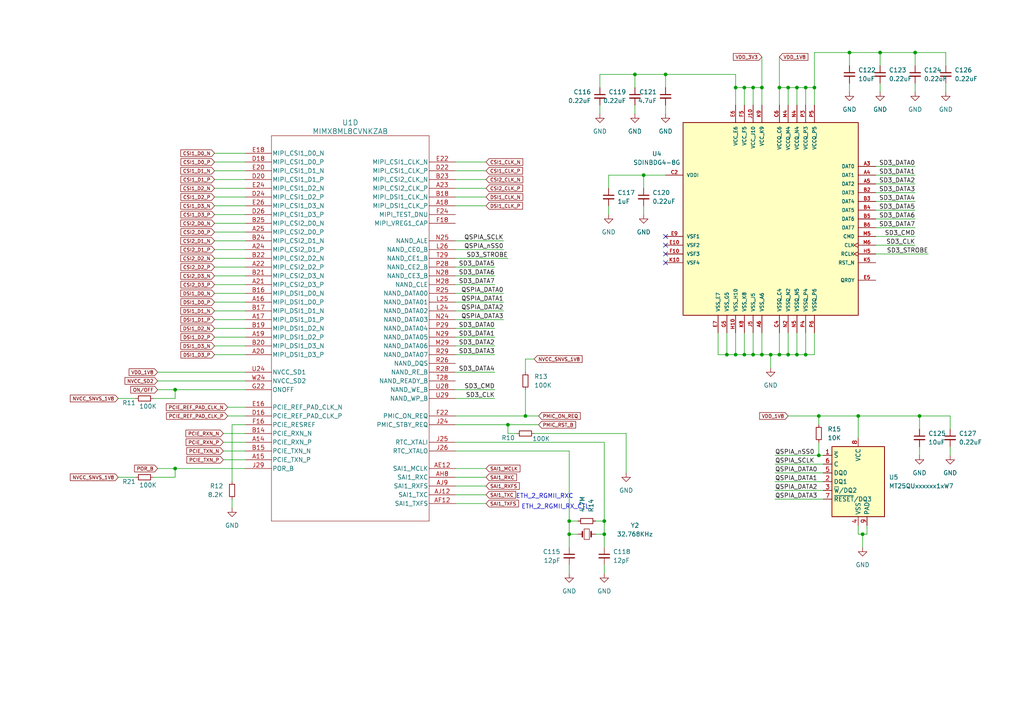
<source format=kicad_sch>
(kicad_sch (version 20250114) (generator "eeschema") (generator_version "9.0")
  (paper "A4")
  (text "ETH_2_RGMII_RX_CTL" (at 161.036 147.066 0) (effects (font (size 1.27 1.27))))
  (text "ETH_2_RGMII_RXC" (at 157.988 144.018 0) (effects (font (size 1.27 1.27))))
  (junction (at 165.1 151.13))
  (junction (at 265.43 15.24))
  (junction (at 231.14 102.87))
  (junction (at 220.98 25.4))
  (junction (at 147.32 123.19))
  (junction (at 226.06 25.4))
  (junction (at 237.49 132.08))
  (junction (at 186.69 50.8))
  (junction (at 248.92 120.65))
  (junction (at 210.82 102.87))
  (junction (at 220.98 102.87))
  (junction (at 165.1 154.94))
  (junction (at 255.27 15.24))
  (junction (at 215.9 25.4))
  (junction (at 193.04 21.59))
  (junction (at 228.6 102.87))
  (junction (at 175.26 154.94))
  (junction (at 175.26 151.13))
  (junction (at 218.44 25.4))
  (junction (at 50.8 135.89))
  (junction (at 213.36 102.87))
  (junction (at 213.36 25.4))
  (junction (at 152.4 120.65))
  (junction (at 233.68 102.87))
  (junction (at 223.52 102.87))
  (junction (at 184.15 21.59))
  (junction (at 215.9 102.87))
  (junction (at 246.38 15.24))
  (junction (at 236.22 25.4))
  (junction (at 250.19 154.94))
  (junction (at 266.7 120.65))
  (junction (at 226.06 102.87))
  (junction (at 233.68 25.4))
  (junction (at 218.44 102.87))
  (junction (at 50.8 113.03))
  (junction (at 237.49 120.65))
  (junction (at 228.6 25.4))
  (junction (at 231.14 25.4))
  (no_connect (at 193.04 73.66))
  (no_connect (at 193.04 76.2))
  (no_connect (at 193.04 68.58))
  (no_connect (at 193.04 71.12))
  (wire (pts (xy 132.08 107.95) (xy 143.51 107.95)))
  (wire (pts (xy 224.79 142.24) (xy 238.76 142.24)))
  (wire (pts (xy 208.28 96.52) (xy 208.28 102.87)))
  (wire (pts (xy 236.22 96.52) (xy 236.22 102.87)))
  (wire (pts (xy 147.32 123.19) (xy 156.21 123.19)))
  (wire (pts (xy 237.49 132.08) (xy 238.76 132.08)))
  (wire (pts (xy 64.77 133.35) (xy 71.12 133.35)))
  (wire (pts (xy 213.36 25.4) (xy 213.36 30.48)))
  (wire (pts (xy 71.12 52.07) (xy 62.23 52.07)))
  (wire (pts (xy 71.12 69.85) (xy 62.23 69.85)))
  (wire (pts (xy 213.36 102.87) (xy 215.9 102.87)))
  (wire (pts (xy 165.1 130.81) (xy 165.1 151.13)))
  (wire (pts (xy 71.12 44.45) (xy 62.23 44.45)))
  (wire (pts (xy 254 63.5) (xy 265.43 63.5)))
  (wire (pts (xy 248.92 120.65) (xy 248.92 127)))
  (wire (pts (xy 71.12 46.99) (xy 62.23 46.99)))
  (wire (pts (xy 71.12 80.01) (xy 62.23 80.01)))
  (wire (pts (xy 224.79 139.7) (xy 238.76 139.7)))
  (wire (pts (xy 226.06 96.52) (xy 226.06 102.87)))
  (wire (pts (xy 223.52 102.87) (xy 226.06 102.87)))
  (wire (pts (xy 184.15 21.59) (xy 184.15 25.4)))
  (wire (pts (xy 228.6 25.4) (xy 231.14 25.4)))
  (wire (pts (xy 45.72 113.03) (xy 50.8 113.03)))
  (wire (pts (xy 71.12 85.09) (xy 62.23 85.09)))
  (wire (pts (xy 175.26 151.13) (xy 175.26 154.94)))
  (wire (pts (xy 226.06 16.51) (xy 226.06 25.4)))
  (wire (pts (xy 64.77 128.27) (xy 71.12 128.27)))
  (wire (pts (xy 165.1 154.94) (xy 165.1 151.13)))
  (wire (pts (xy 67.31 123.19) (xy 67.31 139.7)))
  (wire (pts (xy 132.08 140.97) (xy 140.97 140.97)))
  (wire (pts (xy 132.08 102.87) (xy 143.51 102.87)))
  (wire (pts (xy 152.4 113.03) (xy 152.4 120.65)))
  (wire (pts (xy 220.98 25.4) (xy 218.44 25.4)))
  (wire (pts (xy 254 60.96) (xy 265.43 60.96)))
  (wire (pts (xy 193.04 50.8) (xy 186.69 50.8)))
  (wire (pts (xy 71.12 57.15) (xy 62.23 57.15)))
  (wire (pts (xy 71.12 59.69) (xy 62.23 59.69)))
  (wire (pts (xy 45.72 110.49) (xy 71.12 110.49)))
  (wire (pts (xy 275.59 129.54) (xy 275.59 132.08)))
  (wire (pts (xy 266.7 129.54) (xy 266.7 132.08)))
  (wire (pts (xy 228.6 102.87) (xy 231.14 102.87)))
  (wire (pts (xy 44.45 138.43) (xy 50.8 138.43)))
  (wire (pts (xy 215.9 102.87) (xy 218.44 102.87)))
  (wire (pts (xy 132.08 123.19) (xy 147.32 123.19)))
  (wire (pts (xy 34.29 138.43) (xy 39.37 138.43)))
  (wire (pts (xy 220.98 30.48) (xy 220.98 25.4)))
  (wire (pts (xy 215.9 96.52) (xy 215.9 102.87)))
  (wire (pts (xy 132.08 146.05) (xy 140.97 146.05)))
  (wire (pts (xy 215.9 25.4) (xy 213.36 25.4)))
  (wire (pts (xy 215.9 25.4) (xy 215.9 30.48)))
  (wire (pts (xy 71.12 97.79) (xy 62.23 97.79)))
  (wire (pts (xy 228.6 120.65) (xy 237.49 120.65)))
  (wire (pts (xy 210.82 102.87) (xy 213.36 102.87)))
  (wire (pts (xy 154.94 104.14) (xy 152.4 104.14)))
  (wire (pts (xy 254 53.34) (xy 265.43 53.34)))
  (wire (pts (xy 231.14 96.52) (xy 231.14 102.87)))
  (wire (pts (xy 45.72 135.89) (xy 50.8 135.89)))
  (wire (pts (xy 45.72 107.95) (xy 71.12 107.95)))
  (wire (pts (xy 236.22 15.24) (xy 246.38 15.24)))
  (wire (pts (xy 275.59 120.65) (xy 275.59 124.46)))
  (wire (pts (xy 132.08 80.01) (xy 143.51 80.01)))
  (wire (pts (xy 233.68 25.4) (xy 233.68 30.48)))
  (wire (pts (xy 193.04 21.59) (xy 213.36 21.59)))
  (wire (pts (xy 237.49 128.27) (xy 237.49 132.08)))
  (wire (pts (xy 213.36 21.59) (xy 213.36 25.4)))
  (wire (pts (xy 146.05 87.63) (xy 132.08 87.63)))
  (wire (pts (xy 213.36 96.52) (xy 213.36 102.87)))
  (wire (pts (xy 231.14 102.87) (xy 233.68 102.87)))
  (wire (pts (xy 246.38 24.13) (xy 246.38 26.67)))
  (wire (pts (xy 254 68.58) (xy 265.43 68.58)))
  (wire (pts (xy 71.12 135.89) (xy 50.8 135.89)))
  (wire (pts (xy 226.06 102.87) (xy 228.6 102.87)))
  (wire (pts (xy 224.79 134.62) (xy 238.76 134.62)))
  (wire (pts (xy 218.44 102.87) (xy 220.98 102.87)))
  (wire (pts (xy 250.19 154.94) (xy 250.19 158.75)))
  (wire (pts (xy 254 58.42) (xy 265.43 58.42)))
  (wire (pts (xy 176.53 50.8) (xy 186.69 50.8)))
  (wire (pts (xy 175.26 128.27) (xy 132.08 128.27)))
  (wire (pts (xy 224.79 144.78) (xy 238.76 144.78)))
  (wire (pts (xy 265.43 15.24) (xy 265.43 19.05)))
  (wire (pts (xy 255.27 24.13) (xy 255.27 26.67)))
  (wire (pts (xy 175.26 154.94) (xy 175.26 158.75)))
  (wire (pts (xy 254 66.04) (xy 265.43 66.04)))
  (wire (pts (xy 165.1 163.83) (xy 165.1 166.37)))
  (wire (pts (xy 233.68 102.87) (xy 236.22 102.87)))
  (wire (pts (xy 71.12 74.93) (xy 62.23 74.93)))
  (wire (pts (xy 210.82 96.52) (xy 210.82 102.87)))
  (wire (pts (xy 146.05 92.71) (xy 132.08 92.71)))
  (wire (pts (xy 176.53 50.8) (xy 176.53 54.61)))
  (wire (pts (xy 34.29 115.57) (xy 39.37 115.57)))
  (wire (pts (xy 254 55.88) (xy 265.43 55.88)))
  (wire (pts (xy 208.28 102.87) (xy 210.82 102.87)))
  (wire (pts (xy 152.4 104.14) (xy 152.4 107.95)))
  (wire (pts (xy 193.04 21.59) (xy 193.04 25.4)))
  (wire (pts (xy 274.32 24.13) (xy 274.32 26.67)))
  (wire (pts (xy 66.04 120.65) (xy 71.12 120.65)))
  (wire (pts (xy 184.15 21.59) (xy 193.04 21.59)))
  (wire (pts (xy 50.8 138.43) (xy 50.8 135.89)))
  (wire (pts (xy 248.92 120.65) (xy 266.7 120.65)))
  (wire (pts (xy 149.86 125.73) (xy 147.32 125.73)))
  (wire (pts (xy 71.12 67.31) (xy 62.23 67.31)))
  (wire (pts (xy 228.6 25.4) (xy 228.6 30.48)))
  (wire (pts (xy 246.38 15.24) (xy 255.27 15.24)))
  (wire (pts (xy 184.15 30.48) (xy 184.15 33.02)))
  (wire (pts (xy 132.08 59.69) (xy 140.97 59.69)))
  (wire (pts (xy 132.08 82.55) (xy 143.51 82.55)))
  (wire (pts (xy 152.4 120.65) (xy 156.21 120.65)))
  (wire (pts (xy 228.6 96.52) (xy 228.6 102.87)))
  (wire (pts (xy 132.08 113.03) (xy 143.51 113.03)))
  (wire (pts (xy 226.06 30.48) (xy 226.06 25.4)))
  (wire (pts (xy 66.04 118.11) (xy 71.12 118.11)))
  (wire (pts (xy 193.04 30.48) (xy 193.04 33.02)))
  (wire (pts (xy 237.49 120.65) (xy 248.92 120.65)))
  (wire (pts (xy 132.08 100.33) (xy 143.51 100.33)))
  (wire (pts (xy 218.44 25.4) (xy 218.44 30.48)))
  (wire (pts (xy 132.08 115.57) (xy 143.51 115.57)))
  (wire (pts (xy 154.94 125.73) (xy 181.61 125.73)))
  (wire (pts (xy 165.1 154.94) (xy 165.1 158.75)))
  (wire (pts (xy 167.64 151.13) (xy 165.1 151.13)))
  (wire (pts (xy 67.31 144.78) (xy 67.31 147.32)))
  (wire (pts (xy 236.22 25.4) (xy 236.22 30.48)))
  (wire (pts (xy 275.59 120.65) (xy 266.7 120.65)))
  (wire (pts (xy 223.52 102.87) (xy 223.52 106.68)))
  (wire (pts (xy 255.27 15.24) (xy 255.27 19.05)))
  (wire (pts (xy 274.32 15.24) (xy 274.32 19.05)))
  (wire (pts (xy 132.08 74.93) (xy 147.32 74.93)))
  (wire (pts (xy 254 73.66) (xy 269.24 73.66)))
  (wire (pts (xy 224.79 132.08) (xy 237.49 132.08)))
  (wire (pts (xy 71.12 49.53) (xy 62.23 49.53)))
  (wire (pts (xy 265.43 15.24) (xy 274.32 15.24)))
  (wire (pts (xy 175.26 151.13) (xy 172.72 151.13)))
  (wire (pts (xy 173.99 21.59) (xy 184.15 21.59)))
  (wire (pts (xy 132.08 95.25) (xy 143.51 95.25)))
  (wire (pts (xy 255.27 15.24) (xy 265.43 15.24)))
  (wire (pts (xy 132.08 138.43) (xy 140.97 138.43)))
  (wire (pts (xy 71.12 87.63) (xy 62.23 87.63)))
  (wire (pts (xy 71.12 72.39) (xy 62.23 72.39)))
  (wire (pts (xy 248.92 154.94) (xy 248.92 152.4)))
  (wire (pts (xy 231.14 25.4) (xy 231.14 30.48)))
  (wire (pts (xy 175.26 154.94) (xy 172.72 154.94)))
  (wire (pts (xy 186.69 50.8) (xy 186.69 54.61)))
  (wire (pts (xy 71.12 100.33) (xy 62.23 100.33)))
  (wire (pts (xy 132.08 143.51) (xy 140.97 143.51)))
  (wire (pts (xy 251.46 152.4) (xy 251.46 154.94)))
  (wire (pts (xy 251.46 154.94) (xy 250.19 154.94)))
  (wire (pts (xy 175.26 163.83) (xy 175.26 166.37)))
  (wire (pts (xy 233.68 96.52) (xy 233.68 102.87)))
  (wire (pts (xy 175.26 128.27) (xy 175.26 151.13)))
  (wire (pts (xy 71.12 77.47) (xy 62.23 77.47)))
  (wire (pts (xy 224.79 137.16) (xy 238.76 137.16)))
  (wire (pts (xy 233.68 25.4) (xy 236.22 25.4)))
  (wire (pts (xy 167.64 154.94) (xy 165.1 154.94)))
  (wire (pts (xy 165.1 130.81) (xy 132.08 130.81)))
  (wire (pts (xy 186.69 59.69) (xy 186.69 62.23)))
  (wire (pts (xy 236.22 15.24) (xy 236.22 25.4)))
  (wire (pts (xy 71.12 64.77) (xy 62.23 64.77)))
  (wire (pts (xy 146.05 90.17) (xy 132.08 90.17)))
  (wire (pts (xy 146.05 69.85) (xy 132.08 69.85)))
  (wire (pts (xy 146.05 85.09) (xy 132.08 85.09)))
  (wire (pts (xy 132.08 77.47) (xy 143.51 77.47)))
  (wire (pts (xy 71.12 92.71) (xy 62.23 92.71)))
  (wire (pts (xy 176.53 59.69) (xy 176.53 62.23)))
  (wire (pts (xy 71.12 113.03) (xy 50.8 113.03)))
  (wire (pts (xy 44.45 115.57) (xy 50.8 115.57)))
  (wire (pts (xy 173.99 21.59) (xy 173.99 25.4)))
  (wire (pts (xy 218.44 25.4) (xy 215.9 25.4)))
  (wire (pts (xy 237.49 120.65) (xy 237.49 123.19)))
  (wire (pts (xy 246.38 15.24) (xy 246.38 19.05)))
  (wire (pts (xy 132.08 135.89) (xy 140.97 135.89)))
  (wire (pts (xy 71.12 95.25) (xy 62.23 95.25)))
  (wire (pts (xy 266.7 120.65) (xy 266.7 124.46)))
  (wire (pts (xy 132.08 46.99) (xy 140.97 46.99)))
  (wire (pts (xy 218.44 96.52) (xy 218.44 102.87)))
  (wire (pts (xy 71.12 102.87) (xy 62.23 102.87)))
  (wire (pts (xy 254 50.8) (xy 265.43 50.8)))
  (wire (pts (xy 181.61 125.73) (xy 181.61 137.16)))
  (wire (pts (xy 64.77 130.81) (xy 71.12 130.81)))
  (wire (pts (xy 64.77 125.73) (xy 71.12 125.73)))
  (wire (pts (xy 254 48.26) (xy 265.43 48.26)))
  (wire (pts (xy 226.06 25.4) (xy 228.6 25.4)))
  (wire (pts (xy 71.12 82.55) (xy 62.23 82.55)))
  (wire (pts (xy 220.98 102.87) (xy 223.52 102.87)))
  (wire (pts (xy 132.08 49.53) (xy 140.97 49.53)))
  (wire (pts (xy 132.08 120.65) (xy 152.4 120.65)))
  (wire (pts (xy 220.98 16.51) (xy 220.98 25.4)))
  (wire (pts (xy 132.08 52.07) (xy 140.97 52.07)))
  (wire (pts (xy 132.08 97.79) (xy 143.51 97.79)))
  (wire (pts (xy 173.99 30.48) (xy 173.99 33.02)))
  (wire (pts (xy 220.98 96.52) (xy 220.98 102.87)))
  (wire (pts (xy 250.19 154.94) (xy 248.92 154.94)))
  (wire (pts (xy 132.08 57.15) (xy 140.97 57.15)))
  (wire (pts (xy 254 71.12) (xy 265.43 71.12)))
  (wire (pts (xy 50.8 115.57) (xy 50.8 113.03)))
  (wire (pts (xy 71.12 62.23) (xy 62.23 62.23)))
  (wire (pts (xy 71.12 90.17) (xy 62.23 90.17)))
  (wire (pts (xy 71.12 123.19) (xy 67.31 123.19)))
  (wire (pts (xy 146.05 72.39) (xy 132.08 72.39)))
  (wire (pts (xy 231.14 25.4) (xy 233.68 25.4)))
  (wire (pts (xy 71.12 54.61) (xy 62.23 54.61)))
  (wire (pts (xy 265.43 24.13) (xy 265.43 26.67)))
  (wire (pts (xy 132.08 54.61) (xy 140.97 54.61)))
  (wire (pts (xy 147.32 125.73) (xy 147.32 123.19)))
  (label "SD3_DATA5" (at 265.43 60.96 180))
  (label "SD3_DATA0" (at 265.43 48.26 180))
  (label "SD3_CLK" (at 265.43 71.12 180))
  (label "SD3_DATA1" (at 265.43 50.8 180))
  (label "SD3_DATA2" (at 265.43 53.34 180))
  (label "SD3_DATA5" (at 143.51 77.47 180))
  (label "SD3_DATA3" (at 143.51 102.87 180))
  (label "QSPIA_DATA2" (at 146.05 90.17 180))
  (label "QSPIA_DATA1" (at 146.05 87.63 180))
  (label "SD3_DATA2" (at 143.51 100.33 180))
  (label "QSPIA_DATA3" (at 146.05 92.71 180))
  (label "SD3_CLK" (at 143.51 115.57 180))
  (label "SD3_DATA7" (at 265.43 66.04 180))
  (label "SD3_STROBE" (at 147.32 74.93 180))
  (label "SD3_DATA0" (at 143.51 95.25 180))
  (label "SD3_DATA3" (at 265.43 55.88 180))
  (label "QSPIA_nSS0" (at 146.05 72.39 180))
  (label "SD3_DATA4" (at 143.51 107.95 180))
  (label "SD3_DATA6" (at 265.43 63.5 180))
  (label "SD3_DATA4" (at 265.43 58.42 180))
  (label "QSPIA_DATA0" (at 146.05 85.09 180))
  (label "QSPIA_DATA1" (at 224.79 139.7 0))
  (label "SD3_DATA7" (at 143.51 82.55 180))
  (label "QSPIA_DATA3" (at 224.79 144.78 0))
  (label "QSPIA_SCLK" (at 224.79 134.62 0))
  (label "QSPIA_DATA0" (at 224.79 137.16 0))
  (label "SD3_DATA6" (at 143.51 80.01 180))
  (label "SD3_CMD" (at 265.43 68.58 180))
  (label "QSPIA_nSS0" (at 224.79 132.08 0))
  (label "SD3_STROBE" (at 269.24 73.66 180))
  (label "SD3_DATA1" (at 143.51 97.79 180))
  (label "SD3_CMD" (at 143.51 113.03 180))
  (label "QSPIA_SCLK" (at 146.05 69.85 180))
  (label "QSPIA_DATA2" (at 224.79 142.24 0))
  (global_label "DSI1_D0_P" (shape input) (at 62.23 87.63 180) (effects (font (size 1 1))) (property "Intersheetrefs" "${INTERSHEET_REFS}" (effects (hide yes))))
  (global_label "PCIE_RXN_P" (shape input) (at 64.77 128.27 180) (effects (font (size 1 1))) (property "Intersheetrefs" "${INTERSHEET_REFS}" (effects (hide yes))))
  (global_label "SAI1_TXC" (shape input) (at 140.97 143.51 0) (effects (font (size 1 1))) (property "Intersheetrefs" "${INTERSHEET_REFS}" (effects (hide yes))))
  (global_label "VDD_3V3" (shape input) (at 220.98 16.51 180) (effects (font (size 1 1))) (property "Intersheetrefs" "${INTERSHEET_REFS}" (effects (hide yes))))
  (global_label "DSI1_D1_P" (shape input) (at 62.23 92.71 180) (effects (font (size 1 1))) (property "Intersheetrefs" "${INTERSHEET_REFS}" (effects (hide yes))))
  (global_label "CSI2_D0_N" (shape input) (at 62.23 64.77 180) (effects (font (size 1 1))) (property "Intersheetrefs" "${INTERSHEET_REFS}" (effects (hide yes))))
  (global_label "CSI1_D0_P" (shape input) (at 62.23 46.99 180) (effects (font (size 1 1))) (property "Intersheetrefs" "${INTERSHEET_REFS}" (effects (hide yes))))
  (global_label "CSI1_D3_N" (shape input) (at 62.23 59.69 180) (effects (font (size 1 1))) (property "Intersheetrefs" "${INTERSHEET_REFS}" (effects (hide yes))))
  (global_label "CSI2_D3_P" (shape input) (at 62.23 82.55 180) (effects (font (size 1 1))) (property "Intersheetrefs" "${INTERSHEET_REFS}" (effects (hide yes))))
  (global_label "PCIE_TXN_P" (shape input) (at 64.77 133.35 180) (effects (font (size 1 1))) (property "Intersheetrefs" "${INTERSHEET_REFS}" (effects (hide yes))))
  (global_label "PCIE_REF_PAD_CLK_N" (shape input) (at 66.04 118.11 180) (effects (font (size 1 1))) (property "Intersheetrefs" "${INTERSHEET_REFS}" (effects (hide yes))))
  (global_label "PMIC_RST_B" (shape input) (at 156.21 123.19 0) (effects (font (size 1 1))) (property "Intersheetrefs" "${INTERSHEET_REFS}" (effects (hide yes))))
  (global_label "VDD_1V8" (shape input) (at 228.6 120.65 180) (effects (font (size 1 1))) (property "Intersheetrefs" "${INTERSHEET_REFS}" (effects (hide yes))))
  (global_label "NVCC_SNVS_1V8" (shape input) (at 34.29 138.43 180) (effects (font (size 1 1))) (property "Intersheetrefs" "${INTERSHEET_REFS}" (effects (hide yes))))
  (global_label "DSI1_D0_N" (shape input) (at 62.23 85.09 180) (effects (font (size 1 1))) (property "Intersheetrefs" "${INTERSHEET_REFS}" (effects (hide yes))))
  (global_label "SAI1_RXC" (shape input) (at 140.97 138.43 0) (effects (font (size 1 1))) (property "Intersheetrefs" "${INTERSHEET_REFS}" (effects (hide yes))))
  (global_label "CSI1_CLK_P" (shape input) (at 140.97 49.53 0) (effects (font (size 1 1))) (property "Intersheetrefs" "${INTERSHEET_REFS}" (effects (hide yes))))
  (global_label "DSI1_D2_N" (shape input) (at 62.23 95.25 180) (effects (font (size 1 1))) (property "Intersheetrefs" "${INTERSHEET_REFS}" (effects (hide yes))))
  (global_label "CSI2_D0_P" (shape input) (at 62.23 67.31 180) (effects (font (size 1 1))) (property "Intersheetrefs" "${INTERSHEET_REFS}" (effects (hide yes))))
  (global_label "DSI1_CLK_N" (shape input) (at 140.97 57.15 0) (effects (font (size 1 1))) (property "Intersheetrefs" "${INTERSHEET_REFS}" (effects (hide yes))))
  (global_label "CSI1_D2_P" (shape input) (at 62.23 57.15 180) (effects (font (size 1 1))) (property "Intersheetrefs" "${INTERSHEET_REFS}" (effects (hide yes))))
  (global_label "DSI1_D3_N" (shape input) (at 62.23 100.33 180) (effects (font (size 1 1))) (property "Intersheetrefs" "${INTERSHEET_REFS}" (effects (hide yes))))
  (global_label "CSI1_D1_N" (shape input) (at 62.23 49.53 180) (effects (font (size 1 1))) (property "Intersheetrefs" "${INTERSHEET_REFS}" (effects (hide yes))))
  (global_label "VDD_1V8" (shape input) (at 226.06 16.51 0) (effects (font (size 1 1))) (property "Intersheetrefs" "${INTERSHEET_REFS}" (effects (hide yes))))
  (global_label "CSI2_CLK_N" (shape input) (at 140.97 52.07 0) (effects (font (size 1 1))) (property "Intersheetrefs" "${INTERSHEET_REFS}" (effects (hide yes))))
  (global_label "CSI2_D1_N" (shape input) (at 62.23 69.85 180) (effects (font (size 1 1))) (property "Intersheetrefs" "${INTERSHEET_REFS}" (effects (hide yes))))
  (global_label "POR_B" (shape input) (at 45.72 135.89 180) (effects (font (size 1 1))) (property "Intersheetrefs" "${INTERSHEET_REFS}" (effects (hide yes))))
  (global_label "DSI1_D3_P" (shape input) (at 62.23 102.87 180) (effects (font (size 1 1))) (property "Intersheetrefs" "${INTERSHEET_REFS}" (effects (hide yes))))
  (global_label "PCIE_REF_PAD_CLK_P" (shape input) (at 66.04 120.65 180) (effects (font (size 1 1))) (property "Intersheetrefs" "${INTERSHEET_REFS}" (effects (hide yes))))
  (global_label "SAI1_TXFS" (shape input) (at 140.97 146.05 0) (effects (font (size 1 1))) (property "Intersheetrefs" "${INTERSHEET_REFS}" (effects (hide yes))))
  (global_label "SAI1_RXFS" (shape input) (at 140.97 140.97 0) (effects (font (size 1 1))) (property "Intersheetrefs" "${INTERSHEET_REFS}" (effects (hide yes))))
  (global_label "NVCC_SD2" (shape input) (at 45.72 110.49 180) (effects (font (size 1 1))) (property "Intersheetrefs" "${INTERSHEET_REFS}" (effects (hide yes))))
  (global_label "SAI1_MCLK" (shape input) (at 140.97 135.89 0) (effects (font (size 1 1))) (property "Intersheetrefs" "${INTERSHEET_REFS}" (effects (hide yes))))
  (global_label "NVCC_SNVS_1V8" (shape input) (at 154.94 104.14 0) (effects (font (size 1 1))) (property "Intersheetrefs" "${INTERSHEET_REFS}" (effects (hide yes))))
  (global_label "PCIE_TXN_N" (shape input) (at 64.77 130.81 180) (effects (font (size 1 1))) (property "Intersheetrefs" "${INTERSHEET_REFS}" (effects (hide yes))))
  (global_label "CSI2_CLK_P" (shape input) (at 140.97 54.61 0) (effects (font (size 1 1))) (property "Intersheetrefs" "${INTERSHEET_REFS}" (effects (hide yes))))
  (global_label "ON{slash}OFF" (shape input) (at 45.72 113.03 180) (effects (font (size 1 1))) (property "Intersheetrefs" "${INTERSHEET_REFS}" (effects (hide yes))))
  (global_label "CSI2_D1_P" (shape input) (at 62.23 72.39 180) (effects (font (size 1 1))) (property "Intersheetrefs" "${INTERSHEET_REFS}" (effects (hide yes))))
  (global_label "CSI2_D3_N" (shape input) (at 62.23 80.01 180) (effects (font (size 1 1))) (property "Intersheetrefs" "${INTERSHEET_REFS}" (effects (hide yes))))
  (global_label "DSI1_D2_P" (shape input) (at 62.23 97.79 180) (effects (font (size 1 1))) (property "Intersheetrefs" "${INTERSHEET_REFS}" (effects (hide yes))))
  (global_label "CSI1_D3_P" (shape input) (at 62.23 62.23 180) (effects (font (size 1 1))) (property "Intersheetrefs" "${INTERSHEET_REFS}" (effects (hide yes))))
  (global_label "CSI1_D1_P" (shape input) (at 62.23 52.07 180) (effects (font (size 1 1))) (property "Intersheetrefs" "${INTERSHEET_REFS}" (effects (hide yes))))
  (global_label "CSI1_D0_N" (shape input) (at 62.23 44.45 180) (effects (font (size 1 1))) (property "Intersheetrefs" "${INTERSHEET_REFS}" (effects (hide yes))))
  (global_label "DSI1_CLK_P" (shape input) (at 140.97 59.69 0) (effects (font (size 1 1))) (property "Intersheetrefs" "${INTERSHEET_REFS}" (effects (hide yes))))
  (global_label "DSI1_D1_N" (shape input) (at 62.23 90.17 180) (effects (font (size 1 1))) (property "Intersheetrefs" "${INTERSHEET_REFS}" (effects (hide yes))))
  (global_label "CSI1_D2_N" (shape input) (at 62.23 54.61 180) (effects (font (size 1 1))) (property "Intersheetrefs" "${INTERSHEET_REFS}" (effects (hide yes))))
  (global_label "CSI1_CLK_N" (shape input) (at 140.97 46.99 0) (effects (font (size 1 1))) (property "Intersheetrefs" "${INTERSHEET_REFS}" (effects (hide yes))))
  (global_label "NVCC_SNVS_1V8" (shape input) (at 34.29 115.57 180) (effects (font (size 1 1))) (property "Intersheetrefs" "${INTERSHEET_REFS}" (effects (hide yes))))
  (global_label "PCIE_RXN_N" (shape input) (at 64.77 125.73 180) (effects (font (size 1 1))) (property "Intersheetrefs" "${INTERSHEET_REFS}" (effects (hide yes))))
  (global_label "CSI2_D2_N" (shape input) (at 62.23 74.93 180) (effects (font (size 1 1))) (property "Intersheetrefs" "${INTERSHEET_REFS}" (effects (hide yes))))
  (global_label "CSI2_D2_P" (shape input) (at 62.23 77.47 180) (effects (font (size 1 1))) (property "Intersheetrefs" "${INTERSHEET_REFS}" (effects (hide yes))))
  (global_label "VDD_1V8" (shape input) (at 45.72 107.95 180) (effects (font (size 1 1))) (property "Intersheetrefs" "${INTERSHEET_REFS}" (effects (hide yes))))
  (global_label "PMIC_ON_REQ" (shape input) (at 156.21 120.65 0) (effects (font (size 1 1))) (property "Intersheetrefs" "${INTERSHEET_REFS}" (effects (hide yes))))
  (symbol (lib_id "Memory_Flash:MT25QUxxxxxx1xW7") (at 248.92 139.7 0) (unit 1)
    (property "Reference" "U5" (at 257.81 138.43 0) (effects (justify left)))
    (property "Value" "MT25QUxxxxxx1xW7" (at 257.81 140.97 0) (effects (justify left)))
    (property "Footprint" "Package_DFN_QFN:W-PDFN-8-1EP_6x5mm_P1.27mm_EP3x3mm" (effects (hide yes)))
    (property "Datasheet" "https://media-www.micron.com/-/media/client/global/documents/products/data-sheet/nor-flash/serial-nor/mt25q/die-rev-a/mt25q_qljs_u_256_aba_0.pdf" (effects (hide yes)))
    (property "MP" "MT25QU256ABA1EW7-0SIT" (effects (hide yes)))
    (property "Price" "4.5" (effects (hide yes)))
  )
  (symbol (lib_id "Device:C_Small") (at 255.27 21.59 0) (mirror y) (unit 1)
    (property "Reference" "C123" (at 257.81 20.3263 0) (effects (justify right)))
    (property "Value" "0.22uF" (at 257.81 22.8663 0) (effects (justify right)))
    (property "Footprint" "Capacitor_SMD:C_0201_0603Metric" (effects (hide yes)))
    (property "MP" "LMK063BJ224MP-F" (effects (hide yes)))
    (property "Price" "0.11" (effects (hide yes)))
  )
  (symbol (lib_id "Device:C_Small") (at 274.32 21.59 0) (mirror y) (unit 1)
    (property "Reference" "C126" (at 276.86 20.3263 0) (effects (justify right)))
    (property "Value" "0.22uF" (at 276.86 22.8663 0) (effects (justify right)))
    (property "Footprint" "Capacitor_SMD:C_0201_0603Metric" (effects (hide yes)))
    (property "MP" "LMK063BJ224MP-F" (effects (hide yes)))
    (property "Price" "0.11" (effects (hide yes)))
  )
  (symbol (lib_id "power:GND") (at 175.26 166.37 0) (mirror y) (unit 1)
    (property "Reference" "#PWR128" (effects (hide yes)))
    (property "Value" "GND" (at 175.26 171.45 0))
  )
  (symbol (lib_id "Device:R_Small") (at 152.4 110.49 0) (unit 1)
    (property "Reference" "R13" (at 154.94 109.22 0) (effects (justify left)))
    (property "Value" "100K" (at 154.94 111.76 0) (effects (justify left)))
    (property "Footprint" "Resistor_SMD:R_0402_1005Metric" (effects (hide yes)))
  )
  (symbol (lib_id "Device:C_Small") (at 186.69 57.15 0) (mirror y) (unit 1)
    (property "Reference" "C120" (at 189.23 55.8863 0) (effects (justify right)))
    (property "Value" "0.22uF" (at 189.23 58.4263 0) (effects (justify right)))
    (property "Footprint" "Capacitor_SMD:C_0201_0603Metric" (effects (hide yes)))
    (property "MP" "LMK063BJ224MP-F" (effects (hide yes)))
    (property "Price" "0.11" (effects (hide yes)))
  )
  (symbol (lib_id "power:GND") (at 266.7 132.08 0) (unit 1)
    (property "Reference" "#PWR137" (effects (hide yes)))
    (property "Value" "GND" (at 266.7 137.16 0))
  )
  (symbol (lib_id "Device:Crystal_Small") (at 170.18 154.94 0) (mirror y) (unit 1)
    (property "Reference" "Y2" (at 184.15 152.4 0))
    (property "Value" "32.768KHz" (at 184.15 154.94 0))
    (property "Footprint" "Capacitor_SMD:C_0504_1310Metric" (effects (hide yes)))
    (property "MP" "ABS07-32.768KHZ-7-T" (effects (hide yes)))
    (property "Price" "1" (effects (hide yes)))
  )
  (symbol (lib_id "power:GND") (at 223.52 106.68 0) (unit 1)
    (property "Reference" "#PWR132" (effects (hide yes)))
    (property "Value" "GND" (at 223.52 111.76 0))
  )
  (symbol (lib_id "Device:C_Small") (at 173.99 27.94 0) (unit 1)
    (property "Reference" "C116" (at 171.45 26.6763 0) (effects (justify right)))
    (property "Value" "0.22uF" (at 171.45 29.2163 0) (effects (justify right)))
    (property "Footprint" "Capacitor_SMD:C_0201_0603Metric" (effects (hide yes)))
    (property "MP" "LMK063BJ224MP-F" (effects (hide yes)))
    (property "Price" "0.11" (effects (hide yes)))
  )
  (symbol (lib_id "MIMX8ML8CVNKZAB:MIMX8ML8CVNKZAB") (at 71.12 44.45 0) (unit 4)
    (property "Reference" "U1" (at 101.6 35.56 0) (effects (font (size 1.524 1.524))))
    (property "Value" "MIMX8ML8CVNKZAB" (at 101.6 38.1 0) (effects (font (size 1.524 1.524))))
    (property "Footprint" "_W_SBC:LFBGA548_SOT2047-1_NXP" (effects (hide yes)))
    (property "Datasheet" "MIMX8ML8CVNKZAB" (effects (hide yes)))
    (property "MP" "-" (effects (hide yes)))
  )
  (symbol (lib_id "Device:C_Small") (at 275.59 127 0) (mirror y) (unit 1)
    (property "Reference" "C127" (at 278.13 125.7363 0) (effects (justify right)))
    (property "Value" "0.22uF" (at 278.13 128.2763 0) (effects (justify right)))
    (property "Footprint" "Capacitor_SMD:C_0201_0603Metric" (effects (hide yes)))
    (property "MP" "LMK063BJ224MP-F" (effects (hide yes)))
    (property "Price" "0.11" (effects (hide yes)))
  )
  (symbol (lib_id "power:GND") (at 265.43 26.67 0) (unit 1)
    (property "Reference" "#PWR136" (effects (hide yes)))
    (property "Value" "GND" (at 265.43 31.75 0))
  )
  (symbol (lib_id "power:GND") (at 274.32 26.67 0) (unit 1)
    (property "Reference" "#PWR138" (effects (hide yes)))
    (property "Value" "GND" (at 274.32 31.75 0))
  )
  (symbol (lib_id "Device:R_Small") (at 152.4 125.73 90) (unit 1)
    (property "Reference" "R10" (at 149.352 127 90) (effects (justify left)))
    (property "Value" "100K" (at 159.512 127.254 90) (effects (justify left)))
    (property "Footprint" "Resistor_SMD:R_0201_0603Metric" (effects (hide yes)))
    (property "MP" "RC0201FR-07100KL" (effects (hide yes)))
    (property "Price" "0.1" (effects (hide yes)))
  )
  (symbol (lib_id "power:GND") (at 193.04 33.02 0) (mirror y) (unit 1)
    (property "Reference" "#PWR131" (effects (hide yes)))
    (property "Value" "GND" (at 193.04 38.1 0))
  )
  (symbol (lib_id "power:GND") (at 250.19 158.75 0) (unit 1)
    (property "Reference" "#PWR134" (effects (hide yes)))
    (property "Value" "GND" (at 250.19 163.83 0))
  )
  (symbol (lib_id "Device:C_Small") (at 184.15 27.94 0) (unit 1)
    (property "Reference" "C119" (at 181.61 26.6763 0) (effects (justify right)))
    (property "Value" "0.22uF" (at 181.61 29.2163 0) (effects (justify right)))
    (property "Footprint" "Capacitor_SMD:C_0201_0603Metric" (effects (hide yes)))
    (property "MP" "LMK063BJ224MP-F" (effects (hide yes)))
    (property "Price" "0.11" (effects (hide yes)))
  )
  (symbol (lib_id "Device:C_Small") (at 193.04 27.94 0) (unit 1)
    (property "Reference" "C121" (at 190.5 26.6763 0) (effects (justify right)))
    (property "Value" "4.7uF" (at 190.5 29.2163 0) (effects (justify right)))
    (property "Footprint" "Capacitor_SMD:C_0402_1005Metric" (effects (hide yes)))
    (property "MP" "C1005X5R0J475M050BC" (effects (hide yes)))
    (property "Price" "0.4" (effects (hide yes)))
  )
  (symbol (lib_id "SDINBDG4-8G:SDINBDG4-8G") (at 223.52 63.5 0) (unit 1)
    (property "Reference" "U4" (at 190.5 44.6023 0))
    (property "Value" "SDINBDG4-8G" (at 190.5 47.1423 0))
    (property "Footprint" "_W_SBC:BGA153C50P14X14_1300X1150X80N" (effects (hide yes)))
    (property "MANUFACTURER" "SanDisk" (effects (hide yes)))
    (property "MP" "-" (effects (hide yes)))
  )
  (symbol (lib_id "power:GND") (at 255.27 26.67 0) (unit 1)
    (property "Reference" "#PWR135" (effects (hide yes)))
    (property "Value" "GND" (at 255.27 31.75 0))
  )
  (symbol (lib_id "Device:C_Small") (at 176.53 57.15 0) (mirror y) (unit 1)
    (property "Reference" "C117" (at 179.07 55.8863 0) (effects (justify right)))
    (property "Value" "1uF" (at 179.07 58.4263 0) (effects (justify right)))
    (property "Footprint" "Capacitor_SMD:C_0201_0603Metric" (effects (hide yes)))
    (property "MP" "02016D105MAT2A" (effects (hide yes)))
    (property "Price" "0.1" (effects (hide yes)))
  )
  (symbol (lib_id "Device:C_Small") (at 175.26 161.29 0) (mirror y) (unit 1)
    (property "Reference" "C118" (at 177.8 160.0263 0) (effects (justify right)))
    (property "Value" "12pF" (at 177.8 162.5663 0) (effects (justify right)))
    (property "Footprint" "Capacitor_SMD:C_0201_0603Metric" (effects (hide yes)))
    (property "MP" "CGA1A2C0G1E120J030BA" (effects (hide yes)))
    (property "Price" "0.1" (effects (hide yes)))
  )
  (symbol (lib_id "power:GND") (at 184.15 33.02 0) (mirror y) (unit 1)
    (property "Reference" "#PWR129" (effects (hide yes)))
    (property "Value" "GND" (at 184.15 38.1 0))
  )
  (symbol (lib_id "power:GND") (at 246.38 26.67 0) (unit 1)
    (property "Reference" "#PWR133" (effects (hide yes)))
    (property "Value" "GND" (at 246.38 31.75 0))
  )
  (symbol (lib_id "Device:R_Small") (at 41.91 115.57 90) (mirror x) (unit 1)
    (property "Reference" "R11" (at 39.37 116.84 90) (effects (justify left)))
    (property "Value" "100K" (at 45.466 117.856 90) (effects (justify left)))
    (property "Footprint" "Resistor_SMD:R_0201_0603Metric" (effects (hide yes)))
    (property "MP" "RC0201FR-07100KL" (effects (hide yes)))
    (property "Price" "0.1" (effects (hide yes)))
  )
  (symbol (lib_id "power:GND") (at 275.59 132.08 0) (unit 1)
    (property "Reference" "#PWR139" (effects (hide yes)))
    (property "Value" "GND" (at 275.59 137.16 0))
  )
  (symbol (lib_id "power:GND") (at 186.69 62.23 0) (unit 1)
    (property "Reference" "#PWR130" (effects (hide yes)))
    (property "Value" "GND" (at 186.69 67.31 0))
  )
  (symbol (lib_id "power:GND") (at 173.99 33.02 0) (mirror y) (unit 1)
    (property "Reference" "#PWR126" (effects (hide yes)))
    (property "Value" "GND" (at 173.99 38.1 0))
  )
  (symbol (lib_id "Device:C_Small") (at 165.1 161.29 0) (unit 1)
    (property "Reference" "C115" (at 162.56 160.0263 0) (effects (justify right)))
    (property "Value" "12pF" (at 162.56 162.5663 0) (effects (justify right)))
    (property "Footprint" "Capacitor_SMD:C_0201_0603Metric" (effects (hide yes)))
    (property "MP" "CGA1A2C0G1E120J030BA" (effects (hide yes)))
    (property "Price" "0.1" (effects (hide yes)))
  )
  (symbol (lib_id "Device:R_Small") (at 170.18 151.13 270) (mirror x) (unit 1)
    (property "Reference" "R14" (at 171.45 148.59 0) (effects (justify left)))
    (property "Value" "4.7M" (at 168.91 148.59 0) (effects (justify left)))
    (property "Footprint" "Resistor_SMD:R_0402_1005Metric" (effects (hide yes)))
    (property "MP" "RC0201JR-074M3L (0201)" (effects (hide yes)))
    (property "Price" "0.1" (effects (hide yes)))
  )
  (symbol (lib_id "power:GND") (at 165.1 166.37 0) (mirror y) (unit 1)
    (property "Reference" "#PWR125" (effects (hide yes)))
    (property "Value" "GND" (at 165.1 171.45 0))
  )
  (symbol (lib_id "Device:C_Small") (at 265.43 21.59 0) (mirror y) (unit 1)
    (property "Reference" "C124" (at 267.97 20.3263 0) (effects (justify right)))
    (property "Value" "0.22uF" (at 267.97 22.8663 0) (effects (justify right)))
    (property "Footprint" "Capacitor_SMD:C_0201_0603Metric" (effects (hide yes)))
    (property "MP" "LMK063BJ224MP-F" (effects (hide yes)))
    (property "Price" "0.11" (effects (hide yes)))
  )
  (symbol (lib_id "Device:R_Small") (at 41.91 138.43 90) (mirror x) (unit 1)
    (property "Reference" "R21" (at 39.37 139.7 90) (effects (justify left)))
    (property "Value" "100K" (at 45.466 140.716 90) (effects (justify left)))
    (property "Footprint" "Resistor_SMD:R_0402_1005Metric" (effects (hide yes)))
  )
  (symbol (lib_id "Device:R_Small") (at 67.31 142.24 0) (mirror y) (unit 1)
    (property "Reference" "R12" (at 64.77 140.97 0) (effects (justify left)))
    (property "Value" "8.2K" (at 64.77 143.51 0) (effects (justify left)))
    (property "Footprint" "Resistor_SMD:R_0201_0603Metric" (effects (hide yes)))
    (property "MP" "RC0201FR-078K2L" (effects (hide yes)))
    (property "Price" "0.1" (effects (hide yes)))
  )
  (symbol (lib_id "power:GND") (at 181.61 137.16 0) (mirror y) (unit 1)
    (property "Reference" "#PWR177" (effects (hide yes)))
    (property "Value" "GND" (at 181.61 142.24 0))
  )
  (symbol (lib_id "Device:R_Small") (at 237.49 125.73 0) (unit 1)
    (property "Reference" "R15" (at 240.03 124.46 0) (effects (justify left)))
    (property "Value" "10K" (at 240.03 127 0) (effects (justify left)))
    (property "Footprint" "Resistor_SMD:R_0402_1005Metric" (effects (hide yes)))
    (property "MP" "CRCW040210K0JNED" (effects (hide yes)))
    (property "Price" "0.1" (effects (hide yes)))
  )
  (symbol (lib_id "Device:C_Small") (at 266.7 127 0) (mirror y) (unit 1)
    (property "Reference" "C125" (at 269.24 125.7363 0) (effects (justify right)))
    (property "Value" "10uF" (at 269.24 128.2763 0) (effects (justify right)))
    (property "Footprint" "Capacitor_SMD:C_0402_1005Metric" (effects (hide yes)))
    (property "MP" "CL05A106MQ5NUNC" (effects (hide yes)))
    (property "Price" "0.1" (effects (hide yes)))
  )
  (symbol (lib_id "power:GND") (at 176.53 62.23 0) (unit 1)
    (property "Reference" "#PWR127" (effects (hide yes)))
    (property "Value" "GND" (at 176.53 67.31 0))
  )
  (symbol (lib_id "power:GND") (at 67.31 147.32 0) (mirror y) (unit 1)
    (property "Reference" "#PWR124" (effects (hide yes)))
    (property "Value" "GND" (at 67.31 152.4 0))
  )
  (symbol (lib_id "Device:C_Small") (at 246.38 21.59 0) (mirror y) (unit 1)
    (property "Reference" "C122" (at 248.92 20.3263 0) (effects (justify right)))
    (property "Value" "10uF" (at 248.92 22.8663 0) (effects (justify right)))
    (property "Footprint" "Capacitor_SMD:C_0402_1005Metric" (effects (hide yes)))
    (property "MP" "CL05A106MQ5NUNC" (effects (hide yes)))
    (property "Price" "0.1" (effects (hide yes)))
  )
)
</source>
